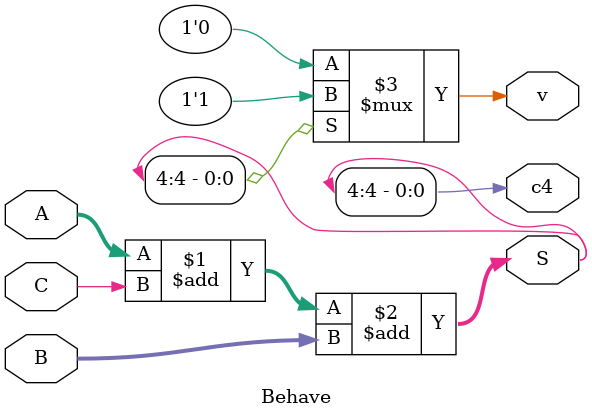
<source format=v>
module Behave(
    
  input [3:0] A,
  input [3:0] B,
  input C,
  output [4:0] S,
  output c4,
  output v
	 );
assign S = A + C+ B;
assign c4 = S[4];
assign v = c4 ? 1'd1 : 1'd0;

endmodule
</source>
